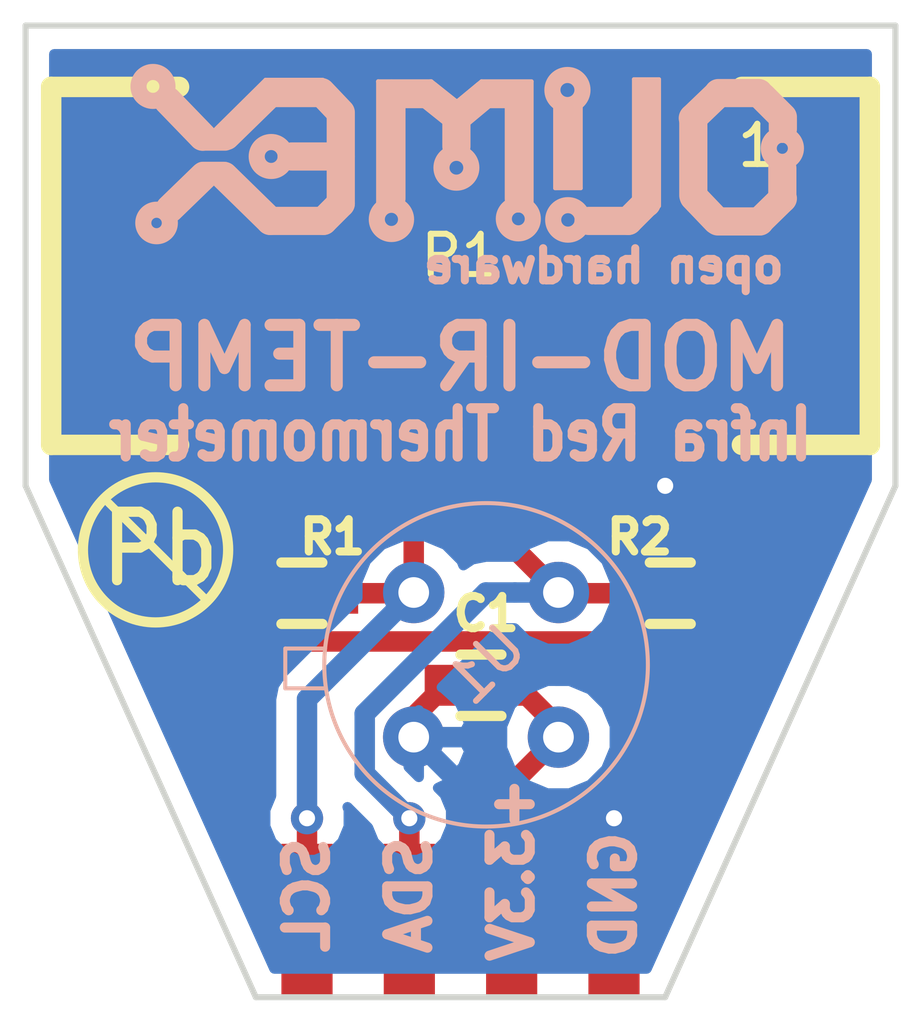
<source format=kicad_pcb>
(kicad_pcb (version 20160815) (host pcbnew no-vcs-found-7440~57~ubuntu16.10.1)

  (general
    (links 14)
    (no_connects 0)
    (area 93.98 65.8318 116.868334 93.1675)
    (thickness 1.6)
    (drawings 13)
    (tracks 46)
    (zones 0)
    (modules 11)
    (nets 11)
  )

  (page A4)
  (layers
    (0 F.Cu signal)
    (31 B.Cu signal)
    (32 B.Adhes user)
    (33 F.Adhes user)
    (34 B.Paste user)
    (35 F.Paste user)
    (36 B.SilkS user)
    (37 F.SilkS user)
    (38 B.Mask user)
    (39 F.Mask user)
    (40 Dwgs.User user)
    (41 Cmts.User user)
    (42 Eco1.User user)
    (43 Eco2.User user)
    (44 Edge.Cuts user)
    (45 Margin user)
    (46 B.CrtYd user)
    (47 F.CrtYd user)
    (48 B.Fab user)
    (49 F.Fab user)
  )

  (setup
    (last_trace_width 0.508)
    (user_trace_width 0.508)
    (user_trace_width 1.27)
    (trace_clearance 0.2)
    (zone_clearance 0.508)
    (zone_45_only no)
    (trace_min 0.2)
    (segment_width 0.2)
    (edge_width 0.15)
    (via_size 0.8)
    (via_drill 0.4)
    (via_min_size 0.4)
    (via_min_drill 0.3)
    (uvia_size 0.3)
    (uvia_drill 0.1)
    (uvias_allowed no)
    (uvia_min_size 0.2)
    (uvia_min_drill 0.1)
    (pcb_text_width 0.3)
    (pcb_text_size 1.5 1.5)
    (mod_edge_width 0.15)
    (mod_text_size 1 1)
    (mod_text_width 0.15)
    (pad_size 1.524 1.524)
    (pad_drill 0.762)
    (pad_to_mask_clearance 0.2)
    (aux_axis_origin 0 0)
    (visible_elements FFFFFF7F)
    (pcbplotparams
      (layerselection 0x00030_7ffffffe)
      (usegerberextensions false)
      (excludeedgelayer false)
      (linewidth 0.600000)
      (plotframeref false)
      (viasonmask false)
      (mode 1)
      (useauxorigin false)
      (hpglpennumber 1)
      (hpglpenspeed 20)
      (hpglpendiameter 15)
      (psnegative false)
      (psa4output false)
      (plotreference true)
      (plotvalue false)
      (plotinvisibletext false)
      (padsonsilk false)
      (subtractmaskfromsilk false)
      (outputformat 1)
      (mirror false)
      (drillshape 0)
      (scaleselection 1)
      (outputdirectory ""))
  )

  (net 0 "")
  (net 1 "Net-(C1-Pad1)")
  (net 2 GND)
  (net 3 "Net-(P1-Pad3)")
  (net 4 "Net-(P1-Pad4)")
  (net 5 "Net-(P1-Pad5)")
  (net 6 "Net-(P1-Pad6)")
  (net 7 "Net-(P1-Pad7)")
  (net 8 "Net-(P1-Pad8)")
  (net 9 "Net-(P1-Pad9)")
  (net 10 "Net-(P1-Pad10)")

  (net_class Default "This is the default net class."
    (clearance 0.2)
    (trace_width 0.25)
    (via_dia 0.8)
    (via_drill 0.4)
    (uvia_dia 0.3)
    (uvia_drill 0.1)
    (add_net GND)
    (add_net "Net-(C1-Pad1)")
    (add_net "Net-(P1-Pad10)")
    (add_net "Net-(P1-Pad3)")
    (add_net "Net-(P1-Pad4)")
    (add_net "Net-(P1-Pad5)")
    (add_net "Net-(P1-Pad6)")
    (add_net "Net-(P1-Pad7)")
    (add_net "Net-(P1-Pad8)")
    (add_net "Net-(P1-Pad9)")
  )

  (module OLIMEX_Connectors-FP:UEXTM-SMD (layer F.Cu) (tedit 5874C0C9) (tstamp 5874C009)
    (at 105.41 72.643222)
    (path /5874A544)
    (attr smd)
    (fp_text reference P1 (at 0 -0.253222) (layer F.SilkS)
      (effects (font (size 1 1) (thickness 0.15)))
    )
    (fp_text value CONN_02X05 (at 6.35 6.985) (layer F.Fab)
      (effects (font (size 1 1) (thickness 0.15)))
    )
    (fp_line (start -10.16 -4.445) (end -6.985 -4.445) (layer F.SilkS) (width 0.508))
    (fp_line (start 10.16 -4.445) (end 6.985 -4.445) (layer F.SilkS) (width 0.508))
    (fp_line (start 6.985 4.445) (end 10.16 4.445) (layer F.SilkS) (width 0.508))
    (fp_line (start -10.16 4.445) (end -6.985 4.445) (layer F.SilkS) (width 0.508))
    (fp_line (start -10.16 -4.445) (end -10.16 4.445) (layer F.SilkS) (width 0.508))
    (fp_line (start 10.16 -4.445) (end 10.16 4.445) (layer F.SilkS) (width 0.508))
    (fp_text user 1 (at 7.366 -2.9845) (layer F.SilkS)
      (effects (font (size 1 1) (thickness 0.15)))
    )
    (pad 1 smd rect (at 5.08 -3.175) (size 1.27 3.81) (layers F.Cu F.Paste F.Mask)
      (net 1 "Net-(C1-Pad1)") (solder_mask_margin 0.0508) (solder_paste_margin -0.0508) (clearance 0.0508))
    (pad 2 smd rect (at 5.08 3.175) (size 1.27 3.81) (layers F.Cu F.Paste F.Mask)
      (net 2 GND) (solder_mask_margin 0.0508) (solder_paste_margin -0.0508) (clearance 0.0508))
    (pad 3 smd rect (at 2.54 -3.175) (size 1.27 3.81) (layers F.Cu F.Paste F.Mask)
      (net 3 "Net-(P1-Pad3)") (solder_mask_margin 0.0508) (solder_paste_margin -0.0508) (clearance 0.0508))
    (pad 4 smd rect (at 2.54 3.175) (size 1.27 3.81) (layers F.Cu F.Paste F.Mask)
      (net 4 "Net-(P1-Pad4)") (solder_mask_margin 0.0508) (solder_paste_margin -0.0508) (clearance 0.0508))
    (pad 5 smd rect (at 0 -3.175) (size 1.27 3.81) (layers F.Cu F.Paste F.Mask)
      (net 5 "Net-(P1-Pad5)") (solder_mask_margin 0.0508) (solder_paste_margin -0.0508) (clearance 0.0508))
    (pad 6 smd rect (at 0 3.175) (size 1.27 3.81) (layers F.Cu F.Paste F.Mask)
      (net 6 "Net-(P1-Pad6)") (solder_mask_margin 0.0508) (solder_paste_margin -0.0508) (clearance 0.0508))
    (pad 7 smd rect (at -2.54 -3.175) (size 1.27 3.81) (layers F.Cu F.Paste F.Mask)
      (net 7 "Net-(P1-Pad7)") (solder_mask_margin 0.0508) (solder_paste_margin -0.0508) (clearance 0.0508))
    (pad 8 smd rect (at -2.54 3.175) (size 1.27 3.81) (layers F.Cu F.Paste F.Mask)
      (net 8 "Net-(P1-Pad8)") (solder_mask_margin 0.0508) (solder_paste_margin -0.0508) (clearance 0.0508))
    (pad 9 smd rect (at -5.08 -3.175) (size 1.27 3.81) (layers F.Cu F.Paste F.Mask)
      (net 9 "Net-(P1-Pad9)") (solder_mask_margin 0.0508) (solder_paste_margin -0.0508) (clearance 0.0508))
    (pad 10 smd rect (at -5.08 3.175) (size 1.27 3.81) (layers F.Cu F.Paste F.Mask)
      (net 10 "Net-(P1-Pad10)") (solder_mask_margin 0.0508) (solder_paste_margin -0.0508) (clearance 0.0508))
  )

  (module OLIMEX_LOGOs-FP:LOGO_PBFREE (layer F.Cu) (tedit 553A2F23) (tstamp 5874C1B5)
    (at 98.044 80.01)
    (fp_text reference "" (at -0.2794 -3.52552) (layer F.Fab)
      (effects (font (size 1 1) (thickness 0.15)))
    )
    (fp_text value "" (at 0.05588 3.15214) (layer F.Fab)
      (effects (font (size 1 1) (thickness 0.15)))
    )
    (fp_circle (center -0.2032 -0.31496) (end 0.90678 -1.73482) (layer F.SilkS) (width 0.254))
    (fp_line (start -1.36398 -1.47828) (end 1.06934 0.94234) (layer F.SilkS) (width 0.2))
    (fp_text user Pb (at -0.08636 -0.33528) (layer F.SilkS)
      (effects (font (size 1.7 1.5) (thickness 0.254)))
    )
  )

  (module OLIMEX_Connectors-FP:SIP4_SMD (layer F.Cu) (tedit 5874BE03) (tstamp 5874C011)
    (at 105.41 88.9 180)
    (path /5874AB76)
    (attr smd)
    (fp_text reference P2 (at 0 -3.175 180) (layer F.SilkS) hide
      (effects (font (size 1 1) (thickness 0.15)))
    )
    (fp_text value CONN_01X04 (at 3.175 3.175 180) (layer F.Fab)
      (effects (font (size 1 1) (thickness 0.15)))
    )
    (pad 1 smd rect (at -3.81 0 180) (size 1.27 3.81) (layers F.Cu F.Mask)
      (net 2 GND) (solder_mask_margin 0.0508) (solder_paste_margin -0.0508) (clearance 0.0508))
    (pad 2 smd rect (at -1.27 0 180) (size 1.27 3.81) (layers F.Cu F.Mask)
      (net 1 "Net-(C1-Pad1)") (solder_mask_margin 0.0508) (solder_paste_margin -0.0508) (clearance 0.0508))
    (pad 3 smd rect (at 1.27 0 180) (size 1.27 3.81) (layers F.Cu F.Mask)
      (net 6 "Net-(P1-Pad6)") (solder_mask_margin 0.0508) (solder_paste_margin -0.0508) (clearance 0.0508))
    (pad 4 smd rect (at 3.81 0 180) (size 1.27 3.81) (layers F.Cu F.Mask)
      (net 5 "Net-(P1-Pad5)") (solder_mask_margin 0.0508) (solder_paste_margin -0.0508) (clearance 0.0508))
  )

  (module OLIMEX_LOGOs-FP:OLIMEX_LOGO_TB (layer B.Cu) (tedit 5530FAE4) (tstamp 5874C10C)
    (at 105.41 69.85 180)
    (fp_text reference "" (at -2.4003 3.0607 180) (layer B.Fab) hide
      (effects (font (size 1 1) (thickness 0.15)) (justify mirror))
    )
    (fp_text value "" (at -1.6637 -3.7084 180) (layer B.Fab) hide
      (effects (font (size 1 1) (thickness 0.15)) (justify mirror))
    )
    (fp_circle (center -7.9883 0.127) (end -7.6708 0.2413) (layer B.SilkS) (width 0.4))
    (fp_line (start -8.001 0.9017) (end -7.493 1.4097) (layer B.SilkS) (width 0.7))
    (fp_line (start -6.4008 1.4859) (end -5.7658 0.8763) (layer B.SilkS) (width 0.7))
    (fp_line (start -5.7912 -1.0795) (end -6.35 -1.6637) (layer B.SilkS) (width 0.7))
    (fp_line (start -4.1656 -1.6764) (end -4.6228 -1.2192) (layer B.SilkS) (width 0.7))
    (fp_line (start -3.1798 -1.6764) (end -4.1656 -1.6764) (layer B.SilkS) (width 0.7))
    (fp_circle (center -2.667 -1.651) (end -2.4638 -1.3462) (layer B.SilkS) (width 0.4))
    (fp_line (start -2.667 1.0414) (end -2.667 -0.5588) (layer B.SilkS) (width 0.7))
    (fp_circle (center -2.6543 1.5748) (end -2.54 1.9304) (layer B.SilkS) (width 0.4))
    (fp_circle (center -1.4351 -1.6256) (end -1.1938 -1.3589) (layer B.SilkS) (width 0.4))
    (fp_line (start -1.4478 -1.1176) (end -1.4478 1.4732) (layer B.SilkS) (width 0.7))
    (fp_line (start -1.4478 1.4732) (end -0.6096 1.4732) (layer B.SilkS) (width 0.7))
    (fp_line (start -0.6096 1.4732) (end 0 0.9652) (layer B.SilkS) (width 0.7))
    (fp_line (start 0.1016 0.1778) (end 0.1016 0.889) (layer B.SilkS) (width 0.7))
    (fp_line (start 0.1778 0.9652) (end 0.8128 1.4732) (layer B.SilkS) (width 0.7))
    (fp_circle (center 0.1016 -0.3556) (end 0.3302 -0.0635) (layer B.SilkS) (width 0.4))
    (fp_line (start 0.8128 1.4732) (end 1.7018 1.4732) (layer B.SilkS) (width 0.7))
    (fp_circle (center 1.7145 -1.6383) (end 1.9304 -1.3462) (layer B.SilkS) (width 0.4))
    (fp_circle (center 7.5438 -1.7272) (end 7.8359 -1.5748) (layer B.SilkS) (width 0.4))
    (fp_line (start 7.2136 -1.3716) (end 6.3754 -0.5588) (layer B.SilkS) (width 0.7))
    (fp_line (start 5.8674 -0.4572) (end 6.4008 -0.4572) (layer B.SilkS) (width 0.5))
    (fp_line (start 4.7244 -1.6764) (end 5.8674 -0.5588) (layer B.SilkS) (width 0.7))
    (fp_line (start 3.4036 -1.6764) (end 4.7244 -1.6764) (layer B.SilkS) (width 0.7))
    (fp_line (start 2.9718 -1.2446) (end 3.4036 -1.6764) (layer B.SilkS) (width 0.7))
    (fp_line (start 2.9718 0.9906) (end 2.9718 -1.2446) (layer B.SilkS) (width 0.7))
    (fp_line (start 2.9718 1.016) (end 3.4544 1.524) (layer B.SilkS) (width 0.7))
    (fp_line (start 3.5025 1.4986) (end 4.7244 1.4986) (layer B.SilkS) (width 0.7))
    (fp_line (start 4.7244 1.4986) (end 5.8166 0.4318) (layer B.SilkS) (width 0.7))
    (fp_line (start 5.842 0.3175) (end 6.4008 0.3175) (layer B.SilkS) (width 0.5))
    (fp_line (start 7.2644 1.3081) (end 6.4008 0.4144) (layer B.SilkS) (width 0.7))
    (fp_circle (center 7.6327 1.6637) (end 7.9375 1.8542) (layer B.SilkS) (width 0.4))
    (fp_line (start 4.191 -0.0762) (end 2.9718 -0.0762) (layer B.SilkS) (width 0.7))
    (fp_circle (center 4.699 -0.0762) (end 4.9657 0.1651) (layer B.SilkS) (width 0.4))
    (fp_line (start -7.4295 -1.6891) (end -6.3881 -1.6891) (layer B.SilkS) (width 0.7))
    (fp_line (start -7.9883 -1.1303) (end -7.9883 -0.3683) (layer B.SilkS) (width 0.7))
    (fp_line (start -8.001 -1.1176) (end -7.4168 -1.6891) (layer B.SilkS) (width 0.7))
    (fp_line (start -8.001 0.8509) (end -8.001 0.6096) (layer B.SilkS) (width 0.7))
    (fp_line (start -5.7785 0.889) (end -5.7785 -1.0414) (layer B.SilkS) (width 0.7))
    (fp_line (start -6.4008 1.4986) (end -7.4041 1.4986) (layer B.SilkS) (width 0.7))
    (fp_line (start 1.7145 1.4859) (end 1.7145 -1.1176) (layer B.SilkS) (width 0.7))
    (fp_line (start -4.6228 -1.2319) (end -4.6228 1.4986) (layer B.SilkS) (width 0.7))
    (fp_line (start -4.6228 1.8415) (end -4.9022 1.8415) (layer B.SilkS) (width 0.1))
    (fp_line (start -4.9276 1.8415) (end -4.9276 -1.3081) (layer B.SilkS) (width 0.1))
    (fp_line (start -4.9149 1.8415) (end -4.9276 1.8415) (layer B.SilkS) (width 0.1))
    (fp_line (start -4.9022 1.8415) (end -4.9149 1.8415) (layer B.SilkS) (width 0.1))
    (fp_line (start -4.7879 1.7526) (end -4.8514 1.7653) (layer B.SilkS) (width 0.1))
    (fp_line (start -4.3053 1.8415) (end -4.3053 -1.1938) (layer B.SilkS) (width 0.1))
    (fp_line (start -4.6101 1.8415) (end -4.3053 1.8415) (layer B.SilkS) (width 0.1))
    (fp_line (start -4.4831 1.7653) (end -4.3688 1.7653) (layer B.SilkS) (width 0.1))
    (fp_line (start -2.9845 1.1557) (end -2.9845 -0.8636) (layer B.SilkS) (width 0.1))
    (fp_line (start -2.3495 -0.8636) (end -2.3495 1.1557) (layer B.SilkS) (width 0.1))
    (fp_line (start -2.3749 -0.8636) (end -2.3495 -0.8636) (layer B.SilkS) (width 0.1))
    (fp_line (start -2.9845 -0.8636) (end -2.3749 -0.8636) (layer B.SilkS) (width 0.1))
    (fp_line (start -2.8448 -0.8001) (end -2.9083 -0.8001) (layer B.SilkS) (width 0.1))
    (fp_line (start -2.5019 -0.8001) (end -2.413 -0.8001) (layer B.SilkS) (width 0.1))
    (fp_line (start -1.7653 -1.2065) (end -1.7653 1.778) (layer B.SilkS) (width 0.1))
    (fp_line (start -0.5207 1.7907) (end 0.0635 1.3081) (layer B.SilkS) (width 0.1))
    (fp_line (start -1.7653 1.7907) (end -0.5207 1.7907) (layer B.SilkS) (width 0.1))
    (fp_line (start -1.6129 1.7272) (end -1.6891 1.7272) (layer B.SilkS) (width 0.1))
    (fp_line (start 2.0447 -1.2319) (end 2.0447 1.778) (layer B.SilkS) (width 0.1))
    (fp_line (start 0.7239 1.7907) (end 0.1016 1.2954) (layer B.SilkS) (width 0.1))
    (fp_line (start 0.7493 1.7907) (end 0.7239 1.7907) (layer B.SilkS) (width 0.1))
    (fp_line (start 2.0447 1.7907) (end 0.7493 1.7907) (layer B.SilkS) (width 0.1))
    (fp_line (start 2.0447 1.778) (end 2.0447 1.7907) (layer B.SilkS) (width 0.1))
    (fp_line (start 1.8923 1.7145) (end 1.9939 1.7145) (layer B.SilkS) (width 0.1))
    (fp_line (start 4.8387 1.8288) (end 6.096 0.5842) (layer B.SilkS) (width 0.1))
    (fp_line (start 4.7879 1.8288) (end 4.8387 1.8288) (layer B.SilkS) (width 0.1))
    (fp_line (start 3.4163 1.8288) (end 4.7879 1.8288) (layer B.SilkS) (width 0.1))
  )

  (module OLIMEX_Other-FP:Fiducial1x3_transp (layer F.Cu) (tedit 5540CDCA) (tstamp 5874C0FF)
    (at 113.538 71.882)
    (attr virtual)
    (fp_text reference "" (at 0 3) (layer F.SilkS)
      (effects (font (size 1 1) (thickness 0.15)))
    )
    (fp_text value "" (at 0 -3) (layer F.Fab)
      (effects (font (size 1 1) (thickness 0.15)))
    )
    (fp_circle (center 0 0) (end 1.5 0) (layer Dwgs.User) (width 0.254))
    (pad Fid1 connect circle (at 0 0) (size 1 1) (layers F.Cu F.Mask)
      (solder_mask_margin 0.127) (clearance 1.016) (zone_connect 0))
  )

  (module OLIMEX_Other-FP:Fiducial1x3_transp (layer F.Cu) (tedit 5540CDCA) (tstamp 5874C0FE)
    (at 111.125 84.455)
    (attr virtual)
    (fp_text reference "" (at 0 3) (layer F.SilkS)
      (effects (font (size 1 1) (thickness 0.15)))
    )
    (fp_text value "" (at 0 -3) (layer F.Fab)
      (effects (font (size 1 1) (thickness 0.15)))
    )
    (fp_circle (center 0 0) (end 1.5 0) (layer Dwgs.User) (width 0.254))
    (pad Fid1 connect circle (at 0 0) (size 1 1) (layers F.Cu F.Mask)
      (solder_mask_margin 0.127) (clearance 1.016) (zone_connect 0))
  )

  (module OLIMEX_Other-FP:Fiducial1x3_transp (layer F.Cu) (tedit 5540CDCA) (tstamp 5874C0FD)
    (at 97.282 70.104)
    (attr virtual)
    (fp_text reference "" (at 0 3) (layer F.SilkS)
      (effects (font (size 1 1) (thickness 0.15)))
    )
    (fp_text value "" (at 0 -3) (layer F.Fab)
      (effects (font (size 1 1) (thickness 0.15)))
    )
    (fp_circle (center 0 0) (end 1.5 0) (layer Dwgs.User) (width 0.254))
    (pad Fid1 connect circle (at 0 0) (size 1 1) (layers F.Cu F.Mask)
      (solder_mask_margin 0.127) (clearance 1.016) (zone_connect 0))
  )

  (module OLIMEX_RLC-FP:C_0603_5MIL_DWS (layer F.Cu) (tedit 5874BDCB) (tstamp 5874BFFB)
    (at 105.918 83.058 180)
    (descr "Resistor SMD 0603, reflow soldering, Vishay (see dcrcw.pdf)")
    (tags "resistor 0603")
    (path /5874A903)
    (attr smd)
    (fp_text reference C1 (at -0.127 1.778 180) (layer F.SilkS)
      (effects (font (size 0.8 0.8) (thickness 0.2)))
    )
    (fp_text value 1uF (at 0.127 1.778 180) (layer F.Fab)
      (effects (font (size 1.27 1.27) (thickness 0.254)))
    )
    (fp_line (start 0.762 -0.381) (end 0 -0.381) (layer F.Fab) (width 0.15))
    (fp_line (start 0.762 0.381) (end 0.762 -0.381) (layer F.Fab) (width 0.15))
    (fp_line (start -0.762 0.381) (end 0.762 0.381) (layer F.Fab) (width 0.15))
    (fp_line (start -0.762 -0.381) (end -0.762 0.381) (layer F.Fab) (width 0.15))
    (fp_line (start 0 -0.381) (end -0.762 -0.381) (layer F.Fab) (width 0.15))
    (fp_line (start 0.508 -0.762) (end 1.651 -0.762) (layer Dwgs.User) (width 0.254))
    (fp_line (start 1.651 -0.762) (end 1.651 0.762) (layer Dwgs.User) (width 0.254))
    (fp_line (start 1.651 0.762) (end 0.508 0.762) (layer Dwgs.User) (width 0.254))
    (fp_line (start -0.508 -0.762) (end -1.651 -0.762) (layer Dwgs.User) (width 0.254))
    (fp_line (start -1.651 -0.762) (end -1.651 0.762) (layer Dwgs.User) (width 0.254))
    (fp_line (start -1.651 0.762) (end -0.508 0.762) (layer Dwgs.User) (width 0.254))
    (fp_line (start -0.508 0.762) (end 0.508 0.762) (layer F.SilkS) (width 0.254))
    (fp_line (start -0.508 -0.762) (end 0.508 -0.762) (layer F.SilkS) (width 0.254))
    (pad 1 smd rect (at -0.889 0 180) (size 1.016 1.016) (layers F.Cu F.Paste F.Mask)
      (net 1 "Net-(C1-Pad1)") (solder_mask_margin 0.0508) (clearance 0.0508))
    (pad 2 smd rect (at 0.889 0 180) (size 1.016 1.016) (layers F.Cu F.Paste F.Mask)
      (net 2 GND) (solder_mask_margin 0.0508) (clearance 0.0508))
    (model Resistors_SMD/R_0603.wrl
      (at (xyz 0 0 0))
      (scale (xyz 1 1 1))
      (rotate (xyz 0 0 0))
    )
  )

  (module OLIMEX_RLC-FP:R_0603_5MIL_DWS (layer F.Cu) (tedit 5874BDAE) (tstamp 5874C017)
    (at 101.473 80.772)
    (descr "Resistor SMD 0603, reflow soldering, Vishay (see dcrcw.pdf)")
    (tags "resistor 0603")
    (path /5874A929)
    (attr smd)
    (fp_text reference R1 (at 0.762 -1.397) (layer F.SilkS)
      (effects (font (size 0.8 0.8) (thickness 0.2)))
    )
    (fp_text value 10K (at 0.127 1.778) (layer F.Fab)
      (effects (font (size 1.27 1.27) (thickness 0.254)))
    )
    (fp_line (start 0.762 -0.381) (end 0 -0.381) (layer F.Fab) (width 0.127))
    (fp_line (start 0.762 0.381) (end 0.762 -0.381) (layer F.Fab) (width 0.127))
    (fp_line (start -0.762 0.381) (end 0.762 0.381) (layer F.Fab) (width 0.127))
    (fp_line (start -0.762 -0.381) (end -0.762 0.381) (layer F.Fab) (width 0.127))
    (fp_line (start 0 -0.381) (end -0.762 -0.381) (layer F.Fab) (width 0.127))
    (fp_line (start 0.508 -0.762) (end 1.651 -0.762) (layer Dwgs.User) (width 0.254))
    (fp_line (start 1.651 -0.762) (end 1.651 0.762) (layer Dwgs.User) (width 0.254))
    (fp_line (start 1.651 0.762) (end 0.508 0.762) (layer Dwgs.User) (width 0.254))
    (fp_line (start -0.508 -0.762) (end -1.651 -0.762) (layer Dwgs.User) (width 0.254))
    (fp_line (start -1.651 -0.762) (end -1.651 0.762) (layer Dwgs.User) (width 0.254))
    (fp_line (start -1.651 0.762) (end -0.508 0.762) (layer Dwgs.User) (width 0.254))
    (fp_line (start -0.508 0.762) (end 0.508 0.762) (layer F.SilkS) (width 0.254))
    (fp_line (start -0.508 -0.762) (end 0.508 -0.762) (layer F.SilkS) (width 0.254))
    (pad 1 smd rect (at -0.889 0) (size 1.016 1.016) (layers F.Cu F.Paste F.Mask)
      (net 1 "Net-(C1-Pad1)") (solder_mask_margin 0.0508))
    (pad 2 smd rect (at 0.889 0) (size 1.016 1.016) (layers F.Cu F.Paste F.Mask)
      (net 5 "Net-(P1-Pad5)") (solder_mask_margin 0.0508))
    (model Resistors_SMD/R_0603.wrl
      (at (xyz 0 0 0))
      (scale (xyz 1 1 1))
      (rotate (xyz 0 0 0))
    )
  )

  (module OLIMEX_RLC-FP:R_0603_5MIL_DWS (layer F.Cu) (tedit 5874BDBB) (tstamp 5874C01D)
    (at 110.617 80.772 180)
    (descr "Resistor SMD 0603, reflow soldering, Vishay (see dcrcw.pdf)")
    (tags "resistor 0603")
    (path /5874A969)
    (attr smd)
    (fp_text reference R2 (at 0.762 1.397 180) (layer F.SilkS)
      (effects (font (size 0.8 0.8) (thickness 0.2)))
    )
    (fp_text value 10K (at 0.127 1.778 180) (layer F.Fab)
      (effects (font (size 1.27 1.27) (thickness 0.254)))
    )
    (fp_line (start -0.508 -0.762) (end 0.508 -0.762) (layer F.SilkS) (width 0.254))
    (fp_line (start -0.508 0.762) (end 0.508 0.762) (layer F.SilkS) (width 0.254))
    (fp_line (start -1.651 0.762) (end -0.508 0.762) (layer Dwgs.User) (width 0.254))
    (fp_line (start -1.651 -0.762) (end -1.651 0.762) (layer Dwgs.User) (width 0.254))
    (fp_line (start -0.508 -0.762) (end -1.651 -0.762) (layer Dwgs.User) (width 0.254))
    (fp_line (start 1.651 0.762) (end 0.508 0.762) (layer Dwgs.User) (width 0.254))
    (fp_line (start 1.651 -0.762) (end 1.651 0.762) (layer Dwgs.User) (width 0.254))
    (fp_line (start 0.508 -0.762) (end 1.651 -0.762) (layer Dwgs.User) (width 0.254))
    (fp_line (start 0 -0.381) (end -0.762 -0.381) (layer F.Fab) (width 0.127))
    (fp_line (start -0.762 -0.381) (end -0.762 0.381) (layer F.Fab) (width 0.127))
    (fp_line (start -0.762 0.381) (end 0.762 0.381) (layer F.Fab) (width 0.127))
    (fp_line (start 0.762 0.381) (end 0.762 -0.381) (layer F.Fab) (width 0.127))
    (fp_line (start 0.762 -0.381) (end 0 -0.381) (layer F.Fab) (width 0.127))
    (pad 2 smd rect (at 0.889 0 180) (size 1.016 1.016) (layers F.Cu F.Paste F.Mask)
      (net 6 "Net-(P1-Pad6)") (solder_mask_margin 0.0508))
    (pad 1 smd rect (at -0.889 0 180) (size 1.016 1.016) (layers F.Cu F.Paste F.Mask)
      (net 1 "Net-(C1-Pad1)") (solder_mask_margin 0.0508))
    (model Resistors_SMD/R_0603.wrl
      (at (xyz 0 0 0))
      (scale (xyz 1 1 1))
      (rotate (xyz 0 0 0))
    )
  )

  (module OLIMEX_IC-FP:MLX90614 (layer B.Cu) (tedit 5874AC70) (tstamp 5874C029)
    (at 106.045 82.55 225)
    (path /5874A85F)
    (fp_text reference U1 (at 0 0 225) (layer B.SilkS)
      (effects (font (size 1 1) (thickness 0.15)) (justify mirror))
    )
    (fp_text value MLX90614 (at 0.0635 5.9055 225) (layer B.Fab)
      (effects (font (size 1 1) (thickness 0.15)) (justify mirror))
    )
    (fp_circle (center 0 0) (end 3.81 -1.27) (layer B.SilkS) (width 0.1))
    (fp_line (start 2.54 3.1115) (end 3.2385 3.81) (layer B.SilkS) (width 0.1))
    (fp_line (start 3.2385 3.81) (end 3.937 3.1115) (layer B.SilkS) (width 0.1))
    (fp_line (start 3.937 3.1115) (end 3.2385 2.413) (layer B.SilkS) (width 0.1))
    (pad 1 thru_hole circle (at 0 2.54 225) (size 1.524 1.524) (drill 0.762) (layers *.Cu *.Mask)
      (net 5 "Net-(P1-Pad5)"))
    (pad 2 thru_hole circle (at -2.54 0 225) (size 1.524 1.524) (drill 0.762) (layers *.Cu *.Mask)
      (net 6 "Net-(P1-Pad6)"))
    (pad 3 thru_hole circle (at 0 -2.54 225) (size 1.524 1.524) (drill 0.762) (layers *.Cu *.Mask)
      (net 1 "Net-(C1-Pad1)"))
    (pad 4 thru_hole circle (at 2.54 0 225) (size 1.524 1.524) (drill 0.762) (layers *.Cu *.Mask)
      (net 2 GND))
  )

  (gr_text "open hardware" (at 108.966 72.644) (layer B.SilkS)
    (effects (font (size 0.8 0.8) (thickness 0.2)) (justify mirror))
  )
  (gr_text SCL (at 101.6 88.265 90) (layer B.SilkS) (tstamp 5874C1A3)
    (effects (font (size 1 1) (thickness 0.25)) (justify mirror))
  )
  (gr_text SDA (at 104.14 88.265 90) (layer B.SilkS) (tstamp 5874C1A0)
    (effects (font (size 1 1) (thickness 0.25)) (justify mirror))
  )
  (gr_text +3.3V (at 106.68 87.63 90) (layer B.SilkS) (tstamp 5874C19A)
    (effects (font (size 1 1) (thickness 0.25)) (justify mirror))
  )
  (gr_text GND (at 109.22 88.265 90) (layer B.SilkS)
    (effects (font (size 1 1) (thickness 0.25)) (justify mirror))
  )
  (gr_text "Infra Red Thermometer" (at 105.41 76.835) (layer B.SilkS)
    (effects (font (size 1.2 1) (thickness 0.25)) (justify mirror))
  )
  (gr_text MOD-IR-TEMP (at 105.41 74.93) (layer B.SilkS)
    (effects (font (size 1.5 1.5) (thickness 0.3)) (justify mirror))
  )
  (gr_line (start 94.615 78.105) (end 94.615 66.675) (layer Edge.Cuts) (width 0.15))
  (gr_line (start 100.33 90.805) (end 94.615 78.105) (layer Edge.Cuts) (width 0.15))
  (gr_line (start 110.49 90.805) (end 100.33 90.805) (layer Edge.Cuts) (width 0.15))
  (gr_line (start 116.205 78.105) (end 110.49 90.805) (layer Edge.Cuts) (width 0.15))
  (gr_line (start 116.205 66.675) (end 116.205 78.105) (layer Edge.Cuts) (width 0.15))
  (gr_line (start 94.615 66.675) (end 116.205 66.675) (layer Edge.Cuts) (width 0.15))

  (segment (start 110.49 69.468222) (end 110.49 71.881222) (width 1.27) (layer F.Cu) (net 1))
  (segment (start 106.68 85.507102) (end 106.68 88.9) (width 0.508) (layer F.Cu) (net 1))
  (segment (start 107.841051 84.346051) (end 106.68 85.507102) (width 0.508) (layer F.Cu) (net 1))
  (segment (start 112.395 73.786222) (end 112.395 78.867) (width 0.508) (layer F.Cu) (net 1))
  (segment (start 112.395 78.867) (end 111.506 79.756) (width 0.508) (layer F.Cu) (net 1))
  (segment (start 111.506 79.756) (end 111.506 80.772) (width 0.508) (layer F.Cu) (net 1))
  (segment (start 110.49 71.881222) (end 112.395 73.786222) (width 0.508) (layer F.Cu) (net 1))
  (segment (start 100.76595 81.96995) (end 106.68 81.96995) (width 0.508) (layer F.Cu) (net 1))
  (segment (start 106.68 81.96995) (end 111.32405 81.96995) (width 0.508) (layer F.Cu) (net 1))
  (segment (start 106.807 83.058) (end 106.807 82.042) (width 0.508) (layer F.Cu) (net 1))
  (segment (start 106.807 82.042) (end 106.73495 81.96995) (width 0.508) (layer F.Cu) (net 1))
  (segment (start 106.73495 81.96995) (end 106.68 81.96995) (width 0.508) (layer F.Cu) (net 1))
  (segment (start 100.584 80.772) (end 100.584 81.788) (width 0.508) (layer F.Cu) (net 1))
  (segment (start 100.584 81.788) (end 100.76595 81.96995) (width 0.508) (layer F.Cu) (net 1))
  (segment (start 111.32405 81.96995) (end 111.506 81.788) (width 0.508) (layer F.Cu) (net 1))
  (segment (start 111.506 81.788) (end 111.506 80.772) (width 0.508) (layer F.Cu) (net 1))
  (segment (start 107.841051 84.346051) (end 107.841051 84.092051) (width 0.508) (layer F.Cu) (net 1))
  (segment (start 107.841051 84.092051) (end 106.807 83.058) (width 0.508) (layer F.Cu) (net 1))
  (segment (start 109.22 86.36) (end 106.262898 86.36) (width 0.508) (layer B.Cu) (net 2))
  (segment (start 106.262898 86.36) (end 104.248949 84.346051) (width 0.508) (layer B.Cu) (net 2))
  (segment (start 109.22 88.9) (end 109.22 86.36) (width 0.508) (layer F.Cu) (net 2))
  (via (at 109.22 86.36) (size 0.8) (drill 0.4) (layers F.Cu B.Cu) (net 2))
  (segment (start 110.49 75.818222) (end 110.49 78.105) (width 1.27) (layer F.Cu) (net 2))
  (via (at 110.49 78.105) (size 0.8) (drill 0.4) (layers F.Cu B.Cu) (net 2))
  (segment (start 104.248949 84.346051) (end 104.248949 83.838051) (width 0.508) (layer F.Cu) (net 2))
  (segment (start 104.248949 83.838051) (end 105.029 83.058) (width 0.508) (layer F.Cu) (net 2))
  (segment (start 105.41 69.468222) (end 105.41 72.39) (width 1.27) (layer F.Cu) (net 5))
  (segment (start 101.6 86.36) (end 101.6 83.402898) (width 0.508) (layer B.Cu) (net 5))
  (segment (start 101.6 83.402898) (end 104.248949 80.753949) (width 0.508) (layer B.Cu) (net 5))
  (segment (start 101.6 88.9) (end 101.6 86.36) (width 0.508) (layer F.Cu) (net 5))
  (via (at 101.6 86.36) (size 0.8) (drill 0.4) (layers F.Cu B.Cu) (net 5))
  (segment (start 102.362 80.772) (end 104.230898 80.772) (width 0.508) (layer F.Cu) (net 5))
  (segment (start 104.230898 80.772) (end 104.248949 80.753949) (width 0.508) (layer F.Cu) (net 5))
  (segment (start 104.248949 73.551051) (end 105.41 72.39) (width 0.508) (layer F.Cu) (net 5))
  (segment (start 104.248949 80.753949) (end 104.248949 73.551051) (width 0.508) (layer F.Cu) (net 5))
  (segment (start 105.41 75.818222) (end 105.41 78.322898) (width 1.27) (layer F.Cu) (net 6))
  (segment (start 104.14 86.36) (end 103.032948 85.252948) (width 0.508) (layer B.Cu) (net 6))
  (segment (start 103.032948 85.252948) (end 103.032948 83.76237) (width 0.508) (layer B.Cu) (net 6))
  (segment (start 103.032948 83.76237) (end 106.041369 80.753949) (width 0.508) (layer B.Cu) (net 6))
  (segment (start 106.041369 80.753949) (end 106.763421 80.753949) (width 0.508) (layer B.Cu) (net 6))
  (segment (start 106.763421 80.753949) (end 107.841051 80.753949) (width 0.508) (layer B.Cu) (net 6))
  (segment (start 104.14 88.9) (end 104.14 86.36) (width 0.508) (layer F.Cu) (net 6))
  (via (at 104.14 86.36) (size 0.8) (drill 0.4) (layers F.Cu B.Cu) (net 6))
  (segment (start 109.728 80.772) (end 107.859102 80.772) (width 0.508) (layer F.Cu) (net 6))
  (segment (start 107.859102 80.772) (end 107.841051 80.753949) (width 0.508) (layer F.Cu) (net 6))
  (segment (start 105.41 78.322898) (end 107.841051 80.753949) (width 0.508) (layer F.Cu) (net 6))

  (zone (net 2) (net_name GND) (layer B.Cu) (tstamp 0) (hatch edge 0.508)
    (connect_pads (clearance 0.508))
    (min_thickness 0.254)
    (fill yes (arc_segments 16) (thermal_gap 0.508) (thermal_bridge_width 0.508))
    (polygon
      (pts
        (xy 93.98 66.04) (xy 116.84 66.04) (xy 116.84 91.44) (xy 93.98 91.44)
      )
    )
    (filled_polygon
      (pts
        (xy 115.495 77.95261) (xy 110.030924 90.095) (xy 100.789076 90.095) (xy 99.200563 86.564971) (xy 100.564821 86.564971)
        (xy 100.722058 86.945515) (xy 101.012954 87.236919) (xy 101.393223 87.39482) (xy 101.804971 87.395179) (xy 102.185515 87.237942)
        (xy 102.476919 86.947046) (xy 102.63482 86.566777) (xy 102.635179 86.155029) (xy 102.605173 86.082409) (xy 103.116852 86.594088)
        (xy 103.262058 86.945515) (xy 103.552954 87.236919) (xy 103.933223 87.39482) (xy 104.344971 87.395179) (xy 104.725515 87.237942)
        (xy 105.016919 86.947046) (xy 105.17482 86.566777) (xy 105.175179 86.155029) (xy 105.017942 85.774485) (xy 104.850606 85.606856)
        (xy 105.0985 85.489331) (xy 105.471346 85.077195) (xy 105.630311 84.69342) (xy 105.591124 84.622712) (xy 106.443809 84.622712)
        (xy 106.656041 85.136354) (xy 107.048681 85.52968) (xy 107.561951 85.742808) (xy 108.117712 85.743293) (xy 108.631354 85.531061)
        (xy 109.02468 85.138421) (xy 109.237808 84.625151) (xy 109.238293 84.06939) (xy 109.026061 83.555748) (xy 108.633421 83.162422)
        (xy 108.120151 82.949294) (xy 107.56439 82.948809) (xy 107.050748 83.161041) (xy 106.657422 83.553681) (xy 106.444294 84.066951)
        (xy 106.443809 84.622712) (xy 105.591124 84.622712) (xy 105.50818 84.473051) (xy 104.375949 84.473051) (xy 104.375949 85.337293)
        (xy 104.373521 85.336285) (xy 104.121949 85.084713) (xy 104.121949 84.652659) (xy 104.234808 84.5398) (xy 104.0552 84.360192)
        (xy 103.942341 84.473051) (xy 103.921948 84.473051) (xy 103.921948 84.219051) (xy 103.942341 84.219051) (xy 104.0552 84.33191)
        (xy 104.234808 84.152302) (xy 104.121949 84.039443) (xy 104.121949 83.930605) (xy 104.375949 83.676605) (xy 104.375949 84.219051)
        (xy 105.50818 84.219051) (xy 105.630311 83.998682) (xy 105.392229 83.4965) (xy 104.980093 83.123654) (xy 104.943894 83.10866)
        (xy 106.409605 81.642949) (xy 106.754566 81.642949) (xy 107.048681 81.937578) (xy 107.561951 82.150706) (xy 108.117712 82.151191)
        (xy 108.631354 81.938959) (xy 109.02468 81.546319) (xy 109.237808 81.033049) (xy 109.238293 80.477288) (xy 109.026061 79.963646)
        (xy 108.633421 79.57032) (xy 108.120151 79.357192) (xy 107.56439 79.356707) (xy 107.050748 79.568939) (xy 106.754221 79.864949)
        (xy 106.041369 79.864949) (xy 105.701163 79.93262) (xy 105.481723 80.079245) (xy 105.433959 79.963646) (xy 105.041319 79.57032)
        (xy 104.528049 79.357192) (xy 103.972288 79.356707) (xy 103.458646 79.568939) (xy 103.06532 79.961579) (xy 102.852192 80.474849)
        (xy 102.851826 80.893836) (xy 100.971382 82.77428) (xy 100.778671 83.062692) (xy 100.711 83.402898) (xy 100.711 85.802048)
        (xy 100.56518 86.153223) (xy 100.564821 86.564971) (xy 99.200563 86.564971) (xy 95.325 77.95261) (xy 95.325 67.385)
        (xy 115.495 67.385)
      )
    )
  )
)

</source>
